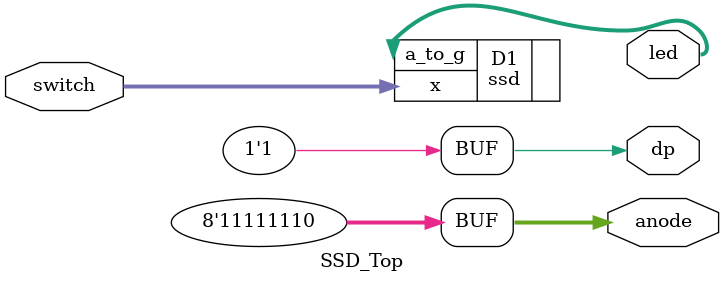
<source format=v>
`timescale 1ns / 1ps
module SSD_Top(input [3:0] switch,
output [6:0] led,
output [7:0] anode, //which ssd out of 8 will be used
output dp);
assign anode = 8'b11111110; //only first ssd will be enable
assign dp = 1;
ssd D1(.x(switch), .a_to_g(led));
endmodule


</source>
